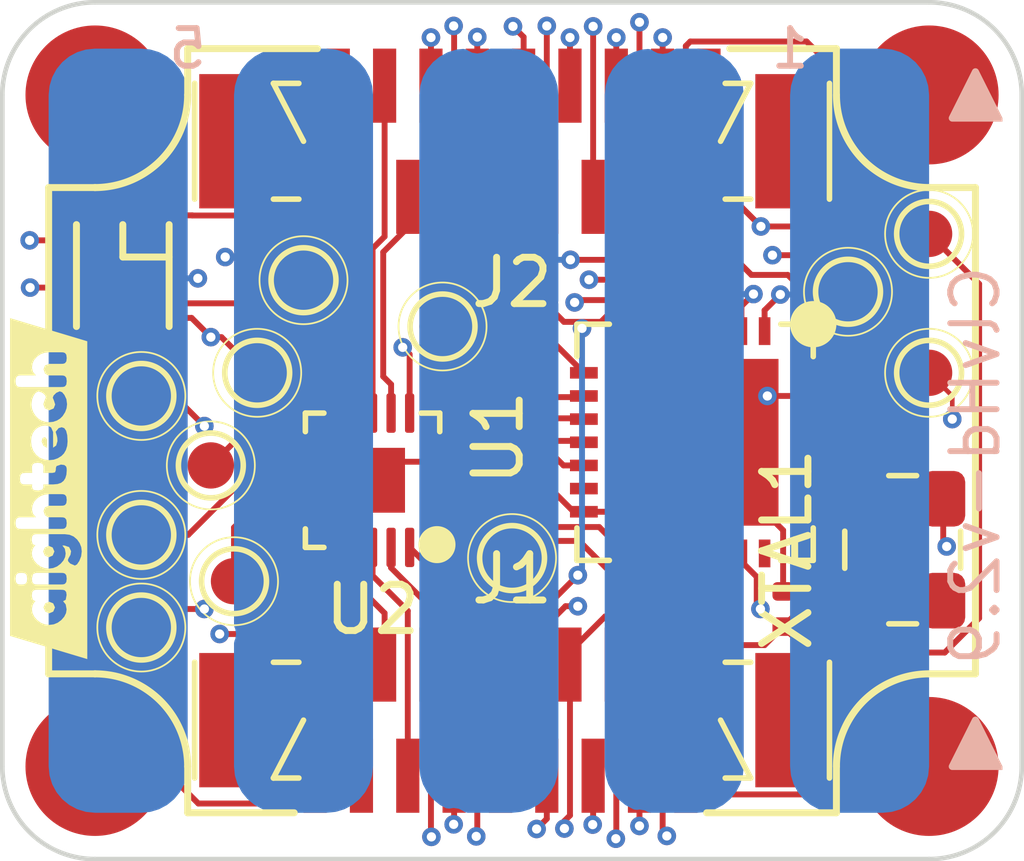
<source format=kicad_pcb>
(kicad_pcb (version 20221018) (generator pcbnew)
  (layers (0 "F.Cu" signal "Front") (1 "In1.Cu" signal) (2 "In2.Cu" signal) (31 "B.Cu" signal "Back") (34 "B.Paste" user) (35 "F.Paste" user) (36 "B.SilkS" user "B.Silkscreen") (37 "F.SilkS" user "F.Silkscreen") (38 "B.Mask" user) (39 "F.Mask" user) (44 "Edge.Cuts" user))
  (net 0 "")
  (net 1 "+3.3V")
  (net 2 "XTAL2")
  (net 3 "XTAL1")
  (net 4 "GND")
  (net 5 "DOUT")
  (net 6 "IN1")
  (net 7 "IN2")
  (net 8 "IN3")
  (net 9 "IN4")
  (net 10 "IN5")
  (net 11 "IN_ref")
  (net 12 "CS")
  (net 13 "SCLK")
  (net 14 "DIN")
  (net 15 "OUT3")
  (net 16 "LED_OUT")
  (net 17 "LED_IN")
  (net 18 "ADD_IN2")
  (net 19 "ADD_IN3")
  (net 20 "ADD_IN4")
  (net 21 "ADD_IN1")
  (net 22 "ADD_OUT1")
  (net 23 "ADD_OUT2")
  (net 24 "ADD_OUT3")
  (net 25 "ADD_OUT4")
  (net 26 "I2C_SCL")
  (net 27 "I2C_SDA")
  (net 28 "AUX1")
  (net 29 "OUT1")
  (net 30 "OUT2")
  (net 31 "/cvref")
  (net 32 "/Vcap")
  (net 33 "/sdo")
  (net 34 "+5VA")
  (net 35 "ALARMB")
  (net 36 "D_RDYB")
  (net 37 "RESETB")
  (net 38 "AUX2")
  (net 39 "Net-(U1-RLDIN)")
  (net 40 "Net-(U1-RLDINV)")
  (net 41 "Net-(U1-RLDOUT)")
  (net 50 "Net-(U1-CMOUT)")
  (footprint "Capacitor_SMD:C_0201_0603Metric" (layer "F.Cu") (at 178.61 82.755)
    (fp_text reference "C4" hide)
    (fp_text value "1nF" hide)
  )
  (footprint "00_Custom:TestPoint_Pad_D1.0mm" (layer "F.Cu") (at 187.38 79.98)
    (fp_text reference "TP11" hide)
    (fp_text value "TP_AUX2" hide)
  )
  (footprint "Capacitor_SMD:C_0201_0603Metric" (layer "F.Cu") (at 177.82 84.73 90)
    (fp_text reference "C7" hide)
    (fp_text value "4.7uF" hide)
  )
  (footprint "00_Custom:TestPoint_Pad_D1.0mm" (layer "F.Cu") (at 171.880001 84.979999)
    (fp_text reference "TP9" hide)
    (fp_text value "TP_SDA" hide)
  )
  (footprint "00_Custom:TestPoint_Pad_D1.0mm" (layer "F.Cu") (at 170.38 86.48)
    (fp_text reference "TP3" hide)
    (fp_text value "TP_SDA" hide)
  )
  (footprint "Capacitor_SMD:C_0201_0603Metric" (layer "F.Cu") (at 178.61 83.505)
    (fp_text reference "R2" hide)
    (fp_text value "10M" hide)
  )
  (footprint "Capacitor_SMD:C_0201_0603Metric" (layer "F.Cu") (at 178.61 82.005)
    (fp_text reference "R1" hide)
    (fp_text value "10K" hide)
  )
  (footprint "00_Custom:TestPoint_Pad_D1.0mm" (layer "F.Cu") (at 178.38 86.98)
    (fp_text reference "TP1" hide)
    (fp_text value "TP_CS" hide)
  )
  (footprint "00_Custom:TestPoint_Pad_D1.0mm" (layer "F.Cu") (at 172.88 82.98)
    (fp_text reference "TP12" hide)
    (fp_text value "TP_AUX2" hide)
  )
  (footprint "00_Custom:TestPoint_Pad_D1.0mm" (layer "F.Cu") (at 185.63 81.23)
    (fp_text reference "TP6" hide)
    (fp_text value "TP_AUX1" hide)
  )
  (footprint "00_Custom:TestPoint_Pad_D1.0mm" (layer "F.Cu") (at 170.38 88.48)
    (fp_text reference "TP10" hide)
    (fp_text value "TP_SDA" hide)
  )
  (footprint "Capacitor_SMD:C_0201_0603Metric" (layer "F.Cu") (at 184.55 88.46)
    (fp_text reference "C2" hide)
    (fp_text value "22pF" hide)
  )
  (footprint "kibuzzard-63F61033" (layer "F.Cu") (at 168.380001 85.48 90)
    (fp_text reference "kibuzzard-63F61033" hide)
    (fp_text value "G***" hide)
  )
  (footprint "00_Custom:insert_1.2mm" (layer "F.Cu") (at 169.38 76.98)
    (fp_text reference "I4" hide)
    (fp_text value "smd_insert" hide)
  )
  (footprint "Capacitor_SMD:C_0201_0603Metric" (layer "F.Cu") (at 186.32 84.61 180)
    (fp_text reference "C1" hide)
    (fp_text value "22pF" hide)
  )
  (footprint "00_Custom:TestPoint_Pad_D1.0mm" (layer "F.Cu") (at 176.88 81.98)
    (fp_text reference "TP5" hide)
    (fp_text value "TP_SCL" hide)
  )
  (footprint "Capacitor_SMD:C_0201_0603Metric" (layer "F.Cu") (at 182.42 87.85 180)
    (fp_text reference "R4" hide)
    (fp_text value "51" hide)
  )
  (footprint "00_Custom:TestPoint_Pad_D1.0mm" (layer "F.Cu") (at 173.88 80.98)
    (fp_text reference "TP4" hide)
    (fp_text value "TP_SDA" hide)
  )
  (footprint "00_custom-footprints:XF2J-1824-12A" (layer "F.Cu") (at 178.38 77.98 180)
    (fp_text reference "J2")
    (fp_text value "COM_OUT" hide)
  )
  (footprint "00_custom-footprints:XF2J-1824-12A" (layer "F.Cu") (at 178.38 90.48)
    (fp_text reference "J1")
    (fp_text value "COM_IN" hide)
  )
  (footprint "00_Custom:TestPoint_Pad_D1.0mm" (layer "F.Cu") (at 172.38 87.48)
    (fp_text reference "TP2" hide)
    (fp_text value "TP_SDA" hide)
  )
  (footprint "00_Custom:insert_1.2mm" (layer "F.Cu") (at 187.38 91.48)
    (fp_text reference "I2" hide)
    (fp_text value "smd_insert" hide)
  )
  (footprint "00_custom-footprints:WS2812-2020" (layer "F.Cu") (at 169.98 80.88 90)
    (fp_text reference "LED1" hide)
    (fp_text value "WS2812-2020" hide)
  )
  (footprint "00_custom-footprints:ADS1293CISQE" (layer "F.Cu") (at 182.33 84.48 -90)
    (fp_text reference "U1")
    (fp_text value "ADS1293CISQE-NOPB" hide)
  )
  (footprint "Capacitor_SMD:C_0201_0603Metric" (layer "F.Cu") (at 186.32 83.85)
    (fp_text reference "C6" hide)
    (fp_text value "1uF" hide)
  )
  (footprint "Capacitor_SMD:C_0201_0603Metric" (layer "F.Cu") (at 185.71 82.73 -90)
    (fp_text reference "C5" hide)
    (fp_text value "100nF" hide)
  )
  (footprint "00_Custom:TestPoint_Pad_D1.0mm" (layer "F.Cu") (at 170.380001 83.48)
    (fp_text reference "TP7" hide)
    (fp_text value "TP_AUX2" hide)
  )
  (footprint "Capacitor_SMD:C_0201_0603Metric" (layer "F.Cu") (at 178.96 84.77 -90)
    (fp_text reference "C3" hide)
    (fp_text value "100nF" hide)
  )
  (footprint "00_Custom:insert_1.2mm" (layer "F.Cu") (at 187.38 76.98)
    (fp_text reference "I3" hide)
    (fp_text value "smd_insert" hide)
  )
  (footprint "00_Custom:TestPoint_Pad_D1.0mm" (layer "F.Cu") (at 187.38 82.98)
    (fp_text reference "TP8" hide)
    (fp_text value "TP_AUX3" hide)
  )
  (footprint "00_Custom:insert_1.2mm" (layer "F.Cu") (at 169.38 91.48)
    (fp_text reference "I1" hide)
    (fp_text value "smd_insert" hide)
  )
  (footprint "Capacitor_SMD:C_0201_0603Metric" (layer "F.Cu") (at 184.55 87.7 180)
    (fp_text reference "C8" hide)
    (fp_text value "100nF" hide)
  )
  (footprint "00_custom-footprints:SMD3225-4P" (layer "F.Cu") (at 186.81 86.8 90)
    (fp_text reference "XTAL1")
    (fp_text value "4.096MHz" hide)
  )
  (footprint "00_custom-footprints:QFN-20-1EP_3x3mm_P0.4mm_EP1.4x1.4mm" (layer "F.Cu") (at 175.37 85.3 180)
    (fp_text reference "U2")
    (fp_text value "HC32L110C6UA" hide)
  )
  (gr_poly (pts (xy 188.880001 91.479999) (xy 187.880001 91.479999) (xy 188.380001 90.479999)) (stroke (width 0.1524)) (fill solid) (layer "B.SilkS"))
  (gr_poly (pts (xy 188.880001 77.479999) (xy 187.880001 77.479999) (xy 188.380001 76.479999)) (stroke (width 0.1524)) (fill solid) (layer "B.SilkS"))
  (gr_line (start 168.380001 88.78) (end 168.38 89.479999) (stroke (width 0.15)) (layer "F.SilkS"))
  (gr_circle (center 187.38 79.98) (end 188.33 79.98) (stroke (width 0.0381)) (fill none) (layer "F.SilkS"))
  (gr_circle (center 172.88 82.98) (end 173.83 82.98) (stroke (width 0.0381)) (fill none) (layer "F.SilkS"))
  (gr_line (start 173.68 92.48) (end 171.38 92.48) (stroke (width 0.15)) (layer "F.SilkS"))
  (gr_line (start 187.38 89.48) (end 188.38 89.480001) (stroke (width 0.15)) (layer "F.SilkS"))
  (gr_circle (center 176.88 81.98) (end 177.83 81.98) (stroke (width 0.0381)) (fill none) (layer "F.SilkS"))
  (gr_circle (center 170.38 88.48) (end 171.33 88.48) (stroke (width 0.0381)) (fill none) (layer "F.SilkS"))
  (gr_line (start 185.379999 76.979999) (end 185.38 75.979999) (stroke (width 0.15)) (layer "F.SilkS"))
  (gr_line (start 169.379999 78.979999) (end 168.379999 78.979998) (stroke (width 0.15)) (layer "F.SilkS"))
  (gr_circle (center 178.38 86.98) (end 179.33 86.98) (stroke (width 0.0381)) (fill none) (layer "F.SilkS"))
  (gr_circle (center 187.38 82.98) (end 188.33 82.98) (stroke (width 0.0381)) (fill none) (layer "F.SilkS"))
  (gr_arc (start 171.379999 76.979999) (mid 170.794213 78.394213) (end 169.379999 78.979999) (stroke (width 0.1524)) (layer "F.SilkS"))
  (gr_line (start 185.38 91.48) (end 185.379999 92.48) (stroke (width 0.15)) (layer "F.SilkS"))
  (gr_arc (start 185.38 91.48) (mid 185.965786 90.065786) (end 187.38 89.48) (stroke (width 0.1524)) (layer "F.SilkS"))
  (gr_circle (center 173.88 80.98) (end 174.83 80.98) (stroke (width 0.0381)) (fill none) (layer "F.SilkS"))
  (gr_line (start 188.379999 78.98) (end 188.38 89.480001) (stroke (width 0.15)) (layer "F.SilkS"))
  (gr_circle (center 170.380001 83.48) (end 171.330001 83.48) (stroke (width 0.0381)) (fill none) (layer "F.SilkS"))
  (gr_circle (center 171.88 84.979999) (end 172.83 84.979999) (stroke (width 0.0381)) (fill none) (layer "F.SilkS"))
  (gr_arc (start 169.38 89.48) (mid 170.794214 90.065786) (end 171.38 91.48) (stroke (width 0.1524)) (layer "F.SilkS"))
  (gr_arc (start 187.379999 78.979999) (mid 185.965785 78.394213) (end 185.379999 76.979999) (stroke (width 0.1524)) (layer "F.SilkS"))
  (gr_line (start 169.38 89.48) (end 168.38 89.479999) (stroke (width 0.15)) (layer "F.SilkS"))
  (gr_circle (center 185.63 81.23) (end 186.58 81.23) (stroke (width 0.0381)) (fill none) (layer "F.SilkS"))
  (gr_circle (center 172.38 87.48) (end 173.33 87.48) (stroke (width 0.0381)) (fill none) (layer "F.SilkS"))
  (gr_line (start 171.38 92.48) (end 171.38 91.48) (stroke (width 0.15)) (layer "F.SilkS"))
  (gr_line (start 171.379999 76.979999) (end 171.38 75.979999) (stroke (width 0.15)) (layer "F.SilkS"))
  (gr_line (start 183.08 75.979999) (end 185.38 75.979999) (stroke (width 0.15)) (layer "F.SilkS"))
  (gr_line (start 187.379999 78.979999) (end 188.379999 78.98) (stroke (width 0.15)) (layer "F.SilkS"))
  (gr_line (start 182.58 92.48) (end 185.379999 92.48) (stroke (width 0.15)) (layer "F.SilkS"))
  (gr_circle (center 170.38 86.48) (end 171.33 86.48) (stroke (width 0.0381)) (fill none) (layer "F.SilkS"))
  (gr_line (start 168.379999 78.979998) (end 168.380001 82.18) (stroke (width 0.15)) (layer "F.SilkS"))
  (gr_line (start 174.18 75.98) (end 171.38 75.979999) (stroke (width 0.15)) (layer "F.SilkS"))
  (gr_arc (start 169.38 93.48) (mid 167.965786 92.894214) (end 167.38 91.48) (stroke (width 0.1)) (layer "Edge.Cuts"))
  (gr_line (start 169.379999 74.979999) (end 187.379999 74.979999) (stroke (width 0.1)) (layer "Edge.Cuts"))
  (gr_arc (start 189.38 91.48) (mid 188.794214 92.894214) (end 187.38 93.48) (stroke (width 0.1)) (layer "Edge.Cuts"))
  (gr_line (start 167.379999 76.979999) (end 167.38 91.48) (stroke (width 0.1)) (layer "Edge.Cuts"))
  (gr_line (start 189.379999 76.979999) (end 189.38 91.48) (stroke (width 0.1)) (layer "Edge.Cuts"))
  (gr_line (start 169.38 93.48) (end 187.38 93.48) (stroke (width 0.1)) (layer "Edge.Cuts"))
  (gr_arc (start 187.379999 74.979999) (mid 188.794213 75.565785) (end 189.379999 76.979999) (stroke (width 0.1)) (layer "Edge.Cuts"))
  (gr_arc (start 167.379999 76.979999) (mid 167.965785 75.565785) (end 169.379999 74.979999) (stroke (width 0.1)) (layer "Edge.Cuts"))
  (gr_text "ClvHd-v2.9" (at 188.380001 84.979999 90) (layer "B.SilkS") (effects (font (size 1 1) (thickness 0.127)) (justify mirror)))
  (gr_text "5" (at 171.38 75.98) (layer "B.SilkS") (effects (font (size 0.8128 0.8128) (thickness 0.127)) (justify mirror)))
  (gr_text "1" (at 184.38 75.98) (layer "B.SilkS") (effects (font (size 0.8128 0.8128) (thickness 0.127)) (justify mirror)))
  (segment (start 184.6465 88.8765) (end 186.7085 88.8765) (width 0.127) (layer "F.Cu") (net 1))
  (segment (start 182.63 89.28) (end 183.05 88.86) (width 0.127) (layer "F.Cu") (net 1))
  (segment (start 187.685 87.9) (end 186.78 86.995) (width 0.127) (layer "F.Cu") (net 1))
  (segment (start 186.78 84.75) (end 186.64 84.61) (width 0.127) (layer "F.Cu") (net 1))
  (segment (start 171.465002 81.795) (end 170.53 81.795) (width 0.127) (layer "F.Cu") (net 1))
  (segment (start 171.880001 82.209999) (end 171.465002 81.795) (width 0.127) (layer "F.Cu") (net 1))
  (segment (start 183.75 79.82) (end 185.64 79.82) (width 0.127) (layer "F.Cu") (net 1))
  (segment (start 185.64 79.82) (end 186.43 80.61) (width 0.127) (layer "F.Cu") (net 1))
  (segment (start 186.7085 88.8765) (end 187.685 87.9) (width 0.127) (layer "F.Cu") (net 1))
  (segment (start 183.75 79.82) (end 182.66 78.73) (width 0.127) (layer "F.Cu") (net 1))
  (segment (start 184.73 87.56) (end 184.87 87.7) (width 0.127) (layer "F.Cu") (net 1))
  (segment (start 186.43 80.61) (end 186.43 83.03) (width 0.127) (layer "F.Cu") (net 1))
  (segment (start 183.05 88.86) (end 183.83 88.86) (width 0.127) (layer "F.Cu") (net 1))
  (segment (start 171.880001 82.209999) (end 172.109999 82.209999) (width 0.127) (layer "F.Cu") (net 1))
  (segment (start 184.73 85.98) (end 184.73 87.56) (width 0.127) (layer "F.Cu") (net 1))
  (segment (start 186.43 83.03) (end 187.12 83.72) (width 0.127) (layer "F.Cu") (net 1))
  (segment (start 172.109999 82.209999) (end 172.88 82.98) (width 0.127) (layer "F.Cu") (net 1))
  (segment (start 183.83 88.86) (end 184.23 88.46) (width 0.127) (layer "F.Cu") (net 1))
  (segment (start 187.12 84.13) (end 186.64 84.61) (width 0.127) (layer "F.Cu") (net 1))
  (segment (start 186.78 86.995) (end 186.78 84.75) (width 0.127) (layer "F.Cu") (net 1))
  (segment (start 184.23 88.46) (end 184.6465 88.8765) (width 0.127) (layer "F.Cu") (net 1))
  (segment (start 187.12 83.72) (end 187.12 84.13) (width 0.127) (layer "F.Cu") (net 1))
  (segment (start 176.02 82.43) (end 176.17 82.58) (width 0.127) (layer "F.Cu") (net 1))
  (segment (start 182.66 76.81) (end 182.629999 76.779999) (width 0.127) (layer "F.Cu") (net 1))
  (segment (start 184.87 87.7) (end 184.87 87.82) (width 0.127) (layer "F.Cu") (net 1))
  (segment (start 184.87 87.82) (end 184.23 88.46) (width 0.127) (layer "F.Cu") (net 1))
  (segment (start 182.66 78.73) (end 182.66 76.81) (width 0.127) (layer "F.Cu") (net 1))
  (segment (start 176.17 82.58) (end 176.17 83.85) (width 0.127) (layer "F.Cu") (net 1))
  (via (at 183.75 79.82) (size 0.4) (drill 0.2) (layers "F.Cu" "B.Cu") (net 1))
  (via (at 176.02 82.43) (size 0.4) (drill 0.2) (layers "F.Cu" "B.Cu") (net 1))
  (via (at 171.880001 82.209999) (size 0.4) (drill 0.2) (layers "F.Cu" "B.Cu") (net 1))
  (segment (start 185.935 85.7) (end 185.214999 84.979999) (width 0.127) (layer "F.Cu") (net 2))
  (segment (start 185.214999 84.979999) (end 184.73 84.979999) (width 0.127) (layer "F.Cu") (net 2))
  (segment (start 186 84.61) (end 186 85.635) (width 0.127) (layer "F.Cu") (net 2))
  (segment (start 186 85.635) (end 185.935 85.7) (width 0.127) (layer "F.Cu") (net 2))
  (segment (start 185.2205 86.4805) (end 185.2205 85.7385) (width 0.127) (layer "F.Cu") (net 3))
  (segment (start 184.962001 85.480001) (end 184.73 85.480001) (width 0.127) (layer "F.Cu") (net 3))
  (segment (start 185.2205 85.7385) (end 184.962001 85.480001) (width 0.127) (layer "F.Cu") (net 3))
  (segment (start 184.87 88.46) (end 185.375 88.46) (width 0.127) (layer "F.Cu") (net 3))
  (segment (start 185.935 87.195) (end 185.2205 86.4805) (width 0.127) (layer "F.Cu") (net 3))
  (segment (start 185.935 87.9) (end 185.935 87.195) (width 0.127) (layer "F.Cu") (net 3))
  (segment (start 185.375 88.46) (end 185.935 87.9) (width 0.127) (layer "F.Cu") (net 3))
  (segment (start 184.23 87.7) (end 184.23 86.38) (width 0.127) (layer "F.Cu") (net 4))
  (segment (start 178.63 89.28) (end 178.63 88.923) (width 0.127) (layer "F.Cu") (net 4))
  (segment (start 184.73 83.479999) (end 185.280001 83.479999) (width 0.127) (layer "F.Cu") (net 4))
  (segment (start 184.73 83.479999) (end 183.889999 83.479999) (width 0.127) (layer "F.Cu") (net 4))
  (segment (start 178.63 88.923) (end 179.533 88.02) (width 0.127) (layer "F.Cu") (net 4))
  (segment (start 167.970001 80.119999) (end 169.275001 80.119999) (width 0.127) (layer "F.Cu") (net 4))
  (segment (start 178.96 85.09) (end 177.86 85.09) (width 0.127) (layer "F.Cu") (net 4))
  (segment (start 178.96 85.23) (end 179.71 85.98) (width 0.127) (layer "F.Cu") (net 4))
  (segment (start 170.780001 88.079999) (end 171.740001 88.079999) (width 0.127) (layer "F.Cu") (net 4))
  (segment (start 176.82 84.9) (end 175.77 84.9) (width 0.127) (layer "F.Cu") (net 4))
  (segment (start 185.280001 83.479999) (end 185.71 83.05) (width 0.127) (layer "F.Cu") (net 4))
  (segment (start 178.63 76.78) (end 178.63 75.729998) (width 0.127) (layer "F.Cu") (net 4))
  (segment (start 177.86 85.09) (end 177.82 85.05) (width 0.127) (layer "F.Cu") (net 4))
  (segment (start 169.275001 80.119999) (end 169.43 79.965) (width 0.127) (layer "F.Cu") (net 4))
  (segment (start 175.77 84.9) (end 175.37 85.3) (width 0.127) (layer "F.Cu") (net 4))
  (segment (start 182.33 84.48) (end 182.889998 84.48) (width 0.127) (layer "F.Cu") (net 4))
  (segment (start 179.93 85.98) (end 180.83 85.98) (width 0.127) (layer "F.Cu") (net 4))
  (segment (start 178.63 75.729998) (end 178.400001 75.499999) (width 0.127) (layer "F.Cu") (net 4))
  (segment (start 178.96 85.09) (end 178.96 85.23) (width 0.127) (layer "F.Cu") (net 4))
  (segment (start 182.889998 84.48) (end 183.889999 83.479999) (width 0.127) (layer "F.Cu") (net 4))
  (segment (start 187.76 86.73) (end 187.685 86.655) (width 0.127) (layer "F.Cu") (net 4))
  (segment (start 180.83 85.98) (end 182.33 84.48) (width 0.127) (layer "F.Cu") (net 4))
  (segment (start 179.71 85.98) (end 179.93 85.98) (width 0.127) (layer "F.Cu") (net 4))
  (segment (start 177.67 84.9) (end 177.82 85.05) (width 0.127) (layer "F.Cu") (net 4))
  (segment (start 185.71 83.05) (end 185.84 83.05) (width 0.127) (layer "F.Cu") (net 4))
  (segment (start 179.533 88.02) (end 179.8 88.02) (width 0.127) (layer "F.Cu") (net 4))
  (segment (start 184.23 86.38) (end 182.33 84.48) (width 0.127) (layer "F.Cu") (net 4))
  (segment (start 185.84 83.05) (end 186.64 83.85) (width 0.127) (layer "F.Cu") (net 4))
  (segment (start 176.82 84.9) (end 177.67 84.9) (width 0.127) (layer "F.Cu") (net 4))
  (segment (start 187.685 86.655) (end 187.685 85.7) (width 0.127) (layer "F.Cu") (net 4))
  (segment (start 181.13 79.18) (end 181.13 75.41) (width 0.127) (layer "F.Cu") (net 4))
  (segment (start 181.13 92.764596) (end 181.13 91.68) (width 0.127) (layer "F.Cu") (net 4))
  (segment (start 170.38 88.48) (end 170.780001 88.079999) (width 0.127) (layer "F.Cu") (net 4))
  (via (at 187.76 86.73) (size 0.4) (drill 0.2) (layers "F.Cu" "B.Cu") (net 4))
  (via (at 179.8 88.02) (size 0.4) (drill 0.2) (layers "F.Cu" "B.Cu") (net 4))
  (via (at 181.13 75.41) (size 0.4) (drill 0.2) (layers "F.Cu" "B.Cu") (net 4))
  (via (at 178.400001 75.499999) (size 0.4) (drill 0.2) (layers "F.Cu" "B.Cu") (net 4))
  (via (at 167.970001 80.119999) (size 0.4) (drill 0.2) (layers "F.Cu" "B.Cu") (net 4))
  (via (at 171.740001 88.079999) (size 0.4) (drill 0.2) (layers "F.Cu" "B.Cu") (net 4))
  (via (at 181.13 92.764596) (size 0.4) (drill 0.2) (layers "F.Cu" "B.Cu") (net 4))
  (via (at 183.889999 83.479999) (size 0.4) (drill 0.2) (layers "F.Cu" "B.Cu") (net 4))
  (segment (start 181.63 76.78) (end 181.63 75.74) (width 0.127) (layer "F.Cu") (net 5))
  (segment (start 181.63 89.28) (end 181.63 88.73) (width 0.127) (layer "F.Cu") (net 5))
  (segment (start 181.63 92.89) (end 181.63 89.28) (width 0.127) (layer "F.Cu") (net 5))
  (segment (start 181.72 92.98) (end 181.63 92.89) (width 0.127) (layer "F.Cu") (net 5))
  (segment (start 181.63 88.73) (end 182.1 88.26) (width 0.127) (layer "F.Cu") (net 5))
  (segment (start 182.1 88.26) (end 182.1 87.85) (width 0.127) (layer "F.Cu") (net 5))
  (via (at 181.72 92.98) (size 0.4) (drill 0.2) (layers "F.Cu" "B.Cu") (net 5))
  (via (at 181.63 75.74) (size 0.4) (drill 0.2) (layers "F.Cu" "B.Cu") (net 5))
  (segment (start 183.83 81.63) (end 183.83 82.08) (width 0.127) (layer "F.Cu") (net 6))
  (segment (start 184.17 81.29) (end 183.83 81.63) (width 0.127) (layer "F.Cu") (net 6))
  (via (at 184.17 81.29) (size 0.4) (drill 0.2) (layers "F.Cu" "B.Cu") (net 6))
  (segment (start 184.17 81.29) (end 184.5 81.29) (width 0.127) (layer "B.Cu") (net 6))
  (segment (start 183.330001 81.539999) (end 183.330001 82.08) (width 0.127) (layer "F.Cu") (net 7))
  (segment (start 183.59 81.28) (end 183.330001 81.539999) (width 0.127) (layer "F.Cu") (net 7))
  (via (at 183.59 81.28) (size 0.4) (drill 0.2) (layers "F.Cu" "B.Cu") (net 7))
  (segment (start 183.59 81.28) (end 183.26 81.28) (width 0.127) (layer "B.Cu") (net 7))
  (segment (start 182.829999 81.799999) (end 182.829999 82.08) (width 0.127) (layer "F.Cu") (net 8))
  (segment (start 179.64 80.54) (end 181.57 80.54) (width 0.127) (layer "F.Cu") (net 8))
  (segment (start 181.57 80.54) (end 182.829999 81.799999) (width 0.127) (layer "F.Cu") (net 8))
  (via (at 179.64 80.54) (size 0.4) (drill 0.2) (layers "F.Cu" "B.Cu") (net 8))
  (segment (start 179.64 80.54) (end 179.22 80.54) (width 0.127) (layer "B.Cu") (net 8))
  (segment (start 181.452001 80.97) (end 182.33 81.847999) (width 0.127) (layer "F.Cu") (net 9))
  (segment (start 182.33 81.847999) (end 182.33 82.08) (width 0.127) (layer "F.Cu") (net 9))
  (segment (start 180.04 80.97) (end 181.452001 80.97) (width 0.127) (layer "F.Cu") (net 9))
  (via (at 172.19 80.48) (size 0.4) (drill 0.2) (layers "F.Cu" "B.Cu") (net 9))
  (via (at 180.04 80.97) (size 0.4) (drill 0.2) (layers "F.Cu" "B.Cu") (net 9))
  (segment (start 172.19 80.48) (end 172.52 80.48) (width 0.127) (layer "B.Cu") (net 9))
  (segment (start 179.7805 81.4095) (end 181.334501 81.4095) (width 0.127) (layer "F.Cu") (net 10))
  (segment (start 181.830001 81.905) (end 181.830001 82.08) (width 0.127) (layer "F.Cu") (net 10))
  (segment (start 181.334501 81.4095) (end 181.830001 81.905) (width 0.127) (layer "F.Cu") (net 10))
  (segment (start 179.73 81.46) (end 179.7805 81.4095) (width 0.127) (layer "F.Cu") (net 10))
  (via (at 179.73 81.46) (size 0.4) (drill 0.2) (layers "F.Cu" "B.Cu") (net 10))
  (via (at 171.6 80.94) (size 0.4) (drill 0.2) (layers "F.Cu" "B.Cu") (net 10))
  (segment (start 171.6 80.94) (end 171.24 80.94) (width 0.127) (layer "B.Cu") (net 10))
  (segment (start 178.613 87.94) (end 178.13 88.423) (width 0.127) (layer "F.Cu") (net 11))
  (segment (start 180.5515 81.6265) (end 180.298 81.88) (width 0.127) (layer "F.Cu") (net 11))
  (segment (start 181.329999 81.905) (end 181.051499 81.6265) (width 0.127) (layer "F.Cu") (net 11))
  (segment (start 179.5 81.88) (end 178.13 80.51) (width 0.127) (layer "F.Cu") (net 11))
  (segment (start 179.93 81.98) (end 179.89 82.02) (width 0.127) (layer "F.Cu") (net 11))
  (segment (start 178.13 80.51) (end 178.13 79.18) (width 0.127) (layer "F.Cu") (net 11))
  (segment (start 179.8 87.35) (end 179.21 87.94) (width 0.127) (layer "F.Cu") (net 11))
  (segment (start 179.93 81.88) (end 179.5 81.88) (width 0.127) (layer "F.Cu") (net 11))
  (segment (start 178.13 88.423) (end 178.13 91.68) (width 0.127) (layer "F.Cu") (net 11))
  (segment (start 181.329999 82.08) (end 181.329999 81.905) (width 0.127) (layer "F.Cu") (net 11))
  (segment (start 181.051499 81.6265) (end 180.5515 81.6265) (width 0.127) (layer "F.Cu") (net 11))
  (segment (start 179.93 81.88) (end 179.93 81.98) (width 0.127) (layer "F.Cu") (net 11))
  (segment (start 180.298 81.88) (end 179.93 81.88) (width 0.127) (layer "F.Cu") (net 11))
  (segment (start 179.21 87.94) (end 178.613 87.94) (width 0.127) (layer "F.Cu") (net 11))
  (via (at 179.8 87.35) (size 0.4) (drill 0.2) (layers "F.Cu" "B.Cu") (net 11))
  (via (at 179.89 82.02) (size 0.4) (drill 0.2) (layers "F.Cu" "B.Cu") (net 11))
  (segment (start 179.89 87.26) (end 179.89 82.02) (width 0.127) (layer "B.Cu") (net 11))
  (segment (start 179.8 87.35) (end 179.89 87.26) (width 0.127) (layer "B.Cu") (net 11))
  (segment (start 178.19 86.61) (end 177.28 85.7) (width 0.127) (layer "F.Cu") (net 12))
  (segment (start 180.5515 87.3335) (end 179.828 86.61) (width 0.127) (layer "F.Cu") (net 12))
  (segment (start 179.828 86.61) (end 178.7 86.61) (width 0.127) (layer "F.Cu") (net 12))
  (segment (start 178.7 86.66) (end 178.7 86.61) (width 0.127) (layer "F.Cu") (net 12))
  (segment (start 178.38 86.98) (end 178.7 86.66) (width 0.127) (layer "F.Cu") (net 12))
  (segment (start 177.28 85.7) (end 176.82 85.7) (width 0.127) (layer "F.Cu") (net 12))
  (segment (start 181.1085 87.3335) (end 180.5515 87.3335) (width 0.127) (layer "F.Cu") (net 12))
  (segment (start 181.329999 86.88) (end 181.329999 87.112001) (width 0.127) (layer "F.Cu") (net 12))
  (segment (start 178.7 86.61) (end 178.19 86.61) (width 0.127) (layer "F.Cu") (net 12))
  (segment (start 181.329999 87.112001) (end 181.1085 87.3335) (width 0.127) (layer "F.Cu") (net 12))
  (segment (start 179.63 76.78) (end 179.63 75.74) (width 0.127) (layer "F.Cu") (net 13))
  (segment (start 179.63 92.537) (end 179.63 89.28) (width 0.127) (layer "F.Cu") (net 13))
  (segment (start 179.51 92.657) (end 179.63 92.537) (width 0.127) (layer "F.Cu") (net 13))
  (segment (start 179.51 92.82) (end 179.51 92.657) (width 0.127) (layer "F.Cu") (net 13))
  (segment (start 180.39 88.24) (end 180.62 88.24) (width 0.127) (layer "F.Cu") (net 13))
  (segment (start 179.63 89) (end 180.39 88.24) (width 0.127) (layer "F.Cu") (net 13))
  (segment (start 179.63 89.28) (end 179.63 89) (width 0.127) (layer "F.Cu") (net 13))
  (segment (start 181.830001 87.029999) (end 181.830001 86.88) (width 0.127) (layer "F.Cu") (net 13))
  (segment (start 180.62 88.24) (end 181.830001 87.029999) (width 0.127) (layer "F.Cu") (net 13))
  (via (at 179.63 75.74) (size 0.4) (drill 0.2) (layers "F.Cu" "B.Cu") (net 13))
  (via (at 179.51 92.82) (size 0.4) (drill 0.2) (layers "F.Cu" "B.Cu") (net 13))
  (segment (start 180.63 93.03) (end 180.63 89.28) (width 0.127) (layer "F.Cu") (net 14))
  (segment (start 180.63 76.78) (end 180.63 75.74) (width 0.127) (layer "F.Cu") (net 14))
  (segment (start 180.63 89.28) (end 180.63 88.73) (width 0.127) (layer "F.Cu") (net 14))
  (segment (start 182.33 87.03) (end 182.33 86.88) (width 0.127) (layer "F.Cu") (net 14))
  (segment (start 180.62 93.04) (end 180.63 93.03) (width 0.127) (layer "F.Cu") (net 14))
  (segment (start 180.63 88.73) (end 182.33 87.03) (width 0.127) (layer "F.Cu") (net 14))
  (via (at 180.63 75.74) (size 0.4) (drill 0.2) (layers "F.Cu" "B.Cu") (net 14))
  (via (at 180.62 93.04) (size 0.4) (drill 0.2) (layers "F.Cu" "B.Cu") (net 14))
  (segment (start 173.92 84.5) (end 172.36 84.5) (width 0.127) (layer "F.Cu") (net 15))
  (segment (start 172.36 84.5) (end 171.880001 84.979999) (width 0.127) (layer "F.Cu") (net 15))
  (segment (start 170.53 79.965) (end 170.915 79.58) (width 0.127) (layer "F.Cu") (net 16))
  (segment (start 171.4765 79.5835) (end 173.7265 79.5835) (width 0.127) (layer "F.Cu") (net 16))
  (segment (start 173.7265 79.5835) (end 174.13 79.18) (width 0.127) (layer "F.Cu") (net 16))
  (segment (start 171.473 79.58) (end 171.4765 79.5835) (width 0.127) (layer "F.Cu") (net 16))
  (segment (start 170.915 79.58) (end 171.473 79.58) (width 0.127) (layer "F.Cu") (net 16))
  (segment (start 169.38 81.795) (end 169.43 81.795) (width 0.127) (layer "F.Cu") (net 17))
  (segment (start 171.24 91.91) (end 171.24 90.89) (width 0.127) (layer "F.Cu") (net 17))
  (segment (start 174.13 91.68) (end 173.53 92.28) (width 0.127) (layer "F.Cu") (net 17))
  (segment (start 171.24 90.89) (end 169.38 89.03) (width 0.127) (layer "F.Cu") (net 17))
  (segment (start 173.53 92.28) (end 171.61 92.28) (width 0.127) (layer "F.Cu") (net 17))
  (segment (start 169.38 89.03) (end 169.38 81.795) (width 0.127) (layer "F.Cu") (net 17))
  (segment (start 171.61 92.28) (end 171.24 91.91) (width 0.127) (layer "F.Cu") (net 17))
  (segment (start 174.57 87.863) (end 174.57 86.75) (width 0.127) (layer "F.Cu") (net 18))
  (segment (start 175.13 88.423) (end 174.57 87.863) (width 0.127) (layer "F.Cu") (net 18))
  (segment (start 175.13 91.68) (end 175.13 88.423) (width 0.127) (layer "F.Cu") (net 18))
  (segment (start 175.63 88.17) (end 174.97 87.51) (width 0.127) (layer "F.Cu") (net 19))
  (segment (start 175.63 89.28) (end 175.63 88.17) (width 0.127) (layer "F.Cu") (net 19))
  (segment (start 174.97 87.51) (end 174.97 86.75) (width 0.127) (layer "F.Cu") (net 19))
  (segment (start 176.13 91.68) (end 176.13 88.12) (width 0.127) (layer "F.Cu") (net 20))
  (segment (start 176.13 88.12) (end 175.37 87.36) (width 0.127) (layer "F.Cu") (net 20))
  (segment (start 175.37 87.36) (end 175.37 86.75) (width 0.127) (layer "F.Cu") (net 20))
  (segment (start 173.92 88.57) (end 173.92 86.1) (width 0.127) (layer "F.Cu") (net 21))
  (segment (start 174.63 89.28) (end 173.92 88.57) (width 0.127) (layer "F.Cu") (net 21))
  (segment (start 174.63 83.79) (end 174.63 76.78) (width 0.127) (layer "F.Cu") (net 22))
  (segment (start 174.57 83.85) (end 174.63 83.79) (width 0.127) (layer "F.Cu") (net 22))
  (segment (start 174.97 79.34) (end 175.13 79.18) (width 0.127) (layer "F.Cu") (net 23))
  (segment (start 174.97 83.85) (end 174.97 79.34) (width 0.127) (layer "F.Cu") (net 23))
  (segment (start 175.37 80.297) (end 175.63 80.037) (width 0.127) (layer "F.Cu") (net 24))
  (segment (start 175.63 80.037) (end 175.63 76.78) (width 0.127) (layer "F.Cu") (net 24))
  (segment (start 175.37 83.85) (end 175.37 80.297) (width 0.127) (layer "F.Cu") (net 24))
  (segment (start 175.77 83.23) (end 175.6 83.06) (width 0.127) (layer "F.Cu") (net 25))
  (segment (start 175.6 83.06) (end 175.6 80.373884) (width 0.127) (layer "F.Cu") (net 25))
  (segment (start 175.77 83.85) (end 175.77 83.23) (width 0.127) (layer "F.Cu") (net 25))
  (segment (start 176.13 79.843884) (end 176.13 79.18) (width 0.127) (layer "F.Cu") (net 25))
  (segment (start 175.6 80.373884) (end 176.13 79.843884) (width 0.127) (layer "F.Cu") (net 25))
  (segment (start 177.13 92.72) (end 177.120001 92.729999) (width 0.127) (layer "F.Cu") (net 26))
  (segment (start 176.88 81.98) (end 176.88 79.43) (width 0.127) (layer "F.Cu") (net 26))
  (segment (start 177.13 91.68) (end 177.13 87.71) (width 0.127) (layer "F.Cu") (net 26))
  (segment (start 177.13 91.68) (end 177.13 92.72) (width 0.127) (layer "F.Cu") (net 26))
  (segment (start 176.88 79.43) (end 177.13 79.18) (width 0.127) (layer "F.Cu") (net 26))
  (segment (start 177.13 79.18) (end 177.13 75.500574) (width 0.127) (layer "F.Cu") (net 26))
  (segment (start 177.13 75.500574) (end 177.119427 75.490001) (width 0.127) (layer "F.Cu") (net 26))
  (segment (start 177.13 87.71) (end 176.17 86.75) (width 0.127) (layer "F.Cu") (net 26))
  (via (at 177.119427 75.490001) (size 0.4) (drill 0.2) (layers "F.Cu" "B.Cu") (net 26))
  (via (at 177.120001 92.729999) (size 0.4) (drill 0.2) (layers "F.Cu" "B.Cu") (net 26))
  (segment (start 175.77 87.19) (end 175.77 86.75) (width 0.127) (layer "F.Cu") (net 27))
  (segment (start 171.140002 81.48) (end 173.38 81.48) (width 0.127) (layer "F.Cu") (net 27))
  (segment (start 176.63 88.05) (end 175.77 87.19) (width 0.127) (layer "F.Cu") (net 27))
  (segment (start 167.980001 81.139999) (end 170.800001 81.139999) (width 0.127) (layer "F.Cu") (net 27))
  (segment (start 176.63 89.28) (end 176.63 88.05) (width 0.127) (layer "F.Cu") (net 27))
  (segment (start 176.63 92.990314) (end 176.63993 93.000244) (width 0.127) (layer "F.Cu") (net 27))
  (segment (start 176.63 76.78) (end 176.63 75.74) (width 0.127) (layer "F.Cu") (net 27))
  (segment (start 176.63 89.28) (end 176.63 92.990314) (width 0.127) (layer "F.Cu") (net 27))
  (segment (start 173.38 81.48) (end 173.88 80.98) (width 0.127) (layer "F.Cu") (net 27))
  (segment (start 170.800001 81.139999) (end 171.140002 81.48) (width 0.127) (layer "F.Cu") (net 27))
  (via (at 176.63 75.74) (size 0.4) (drill 0.2) (layers "F.Cu" "B.Cu") (net 27))
  (via (at 176.63993 93.000244) (size 0.4) (drill 0.2) (layers "F.Cu" "B.Cu") (net 27))
  (via (at 167.980001 81.139999) (size 0.4) (drill 0.2) (layers "F.Cu" "B.Cu") (net 27))
  (segment (start 179.13 92.61) (end 178.91 92.83) (width 0.127) (layer "F.Cu") (net 28))
  (segment (start 184 80.44) (end 184.84 80.44) (width 0.127) (layer "F.Cu") (net 28))
  (segment (start 184.84 80.44) (end 185.63 81.23) (width 0.127) (layer "F.Cu") (net 28))
  (segment (start 179.13 91.68) (end 179.13 92.61) (width 0.127) (layer "F.Cu") (net 28))
  (segment (start 179.13 79.18) (end 179.13 75.49) (width 0.127) (layer "F.Cu") (net 28))
  (via (at 178.91 92.83) (size 0.4) (drill 0.2) (layers "F.Cu" "B.Cu") (net 28))
  (via (at 179.13 75.49) (size 0.4) (drill 0.2) (layers "F.Cu" "B.Cu") (net 28))
  (via (at 184 80.44) (size 0.4) (drill 0.2) (layers "F.Cu" "B.Cu") (net 28))
  (segment (start 172.38 86.32) (end 172.38 87.48) (width 0.127) (layer "F.Cu") (net 29))
  (segment (start 173.92 85.3) (end 173.4 85.3) (width 0.127) (layer "F.Cu") (net 29))
  (segment (start 173.4 85.3) (end 172.38 86.32) (width 0.127) (layer "F.Cu") (net 29))
  (segment (start 173.92 84.9) (end 172.97 84.9) (width 0.127) (layer "F.Cu") (net 30))
  (segment (start 172.97 84.9) (end 171.39 86.48) (width 0.127) (layer "F.Cu") (net 30))
  (segment (start 171.39 86.48) (end 170.38 86.48) (width 0.127) (layer "F.Cu") (net 30))
  (segment (start 185.869999 83.980001) (end 186 83.85) (width 0.127) (layer "F.Cu") (net 31))
  (segment (start 184.73 83.980001) (end 185.869999 83.980001) (width 0.127) (layer "F.Cu") (net 31))
  (segment (start 176.82 84.5) (end 177.73 84.5) (width 0.127) (layer "F.Cu") (net 32))
  (segment (start 177.73 84.5) (end 177.82 84.41) (width 0.127) (layer "F.Cu") (net 32))
  (segment (start 182.829999 87.760001) (end 182.829999 86.88) (width 0.127) (layer "F.Cu") (net 33))
  (segment (start 182.74 87.85) (end 182.829999 87.760001) (width 0.127) (layer "F.Cu") (net 33))
  (segment (start 187.34 89.02) (end 187.717958 89.02) (width 0.127) (layer "F.Cu") (net 34))
  (segment (start 187.717958 89.02) (end 188.46 88.277958) (width 0.127) (layer "F.Cu") (net 34))
  (segment (start 184.331278 80.8665) (end 184.6 81.135222) (width 0.127) (layer "F.Cu") (net 34))
  (segment (start 188.46 88.277958) (end 188.46 81.06) (width 0.127) (layer "F.Cu") (net 34))
  (segment (start 183.5465 80.8665) (end 184.331278 80.8665) (width 0.127) (layer "F.Cu") (net 34))
  (segment (start 184.7365 75.8265) (end 185.32 76.41) (width 0.127) (layer "F.Cu") (net 34))
  (segment (start 185.32 76.41) (end 185.32 77.92) (width 0.127) (layer "F.Cu") (net 34))
  (segment (start 182.13 91.68) (end 182.5335 92.0835) (width 0.127) (layer "F.Cu") (net 34))
  (segment (start 185.53 91.76) (end 185.53 90.83) (width 0.127) (layer "F.Cu") (net 34))
  (segment (start 188.46 81.06) (end 187.38 79.98) (width 0.127) (layer "F.Cu") (net 34))
  (segment (start 182.13 75.923) (end 182.2265 75.8265) (width 0.127) (layer "F.Cu") (net 34))
  (segment (start 185.2065 92.0835) (end 185.53 91.76) (width 0.127) (layer "F.Cu") (net 34))
  (segment (start 184.6 81.135222) (end 184.6 82.85) (width 0.127) (layer "F.Cu") (net 34))
  (segment (start 182.2265 75.8265) (end 184.7365 75.8265) (width 0.127) (layer "F.Cu") (net 34))
  (segment (start 182.13 79.18) (end 182.13 75.923) (width 0.127) (layer "F.Cu") (net 34))
  (segment (start 185.71 82.41) (end 185.3 82.41) (width 0.127) (layer "F.Cu") (net 34))
  (segment (start 185.53 90.83) (end 187.34 89.02) (width 0.127) (layer "F.Cu") (net 34))
  (segment (start 184.6 82.85) (end 184.73 82.98) (width 0.127) (layer "F.Cu") (net 34))
  (segment (start 182.13 79.45) (end 183.5465 80.8665) (width 0.127) (layer "F.Cu") (net 34))
  (segment (start 182.5335 92.0835) (end 185.2065 92.0835) (width 0.127) (layer "F.Cu") (net 34))
  (segment (start 185.3 82.41) (end 184.73 82.98) (width 0.127) (layer "F.Cu") (net 34))
  (segment (start 182.13 79.18) (end 182.13 79.45) (width 0.127) (layer "F.Cu") (net 34))
  (segment (start 185.32 77.92) (end 187.38 79.98) (width 0.127) (layer "F.Cu") (net 34))
  (segment (start 176.82 85.3) (end 177.4 85.3) (width 0.127) (layer "F.Cu") (net 35))
  (segment (start 178.41 86.31) (end 180.26 86.31) (width 0.127) (layer "F.Cu") (net 35))
  (segment (start 177.4 85.3) (end 178.41 86.31) (width 0.127) (layer "F.Cu") (net 35))
  (segment (start 180.26 86.31) (end 180.83 86.88) (width 0.127) (layer "F.Cu") (net 35))
  (segment (start 173.23 87.86) (end 173.23 85.98) (width 0.127) (layer "F.Cu") (net 36))
  (segment (start 173.23 85.98) (end 173.51 85.7) (width 0.127) (layer "F.Cu") (net 36))
  (segment (start 183.330001 86.88) (end 183.330001 87.055) (width 0.127) (layer "F.Cu") (net 36))
  (segment (start 172.47 88.62) (end 173.23 87.86) (width 0.127) (layer "F.Cu") (net 36))
  (segment (start 183.66 87.384999) (end 183.66 88) (width 0.127) (layer "F.Cu") (net 36))
  (segment (start 183.330001 87.055) (end 183.66 87.384999) (width 0.127) (layer "F.Cu") (net 36))
  (segment (start 173.51 85.7) (end 173.92 85.7) (width 0.127) (layer "F.Cu") (net 36))
  (segment (start 183.66 88) (end 183.74 88.08) (width 0.127) (layer "F.Cu") (net 36))
  (segment (start 172.07 88.62) (end 172.47 88.62) (width 0.127) (layer "F.Cu") (net 36))
  (via (at 172.07 88.62) (size 0.4) (drill 0.2) (layers "F.Cu" "B.Cu") (net 36))
  (via (at 183.74 88.08) (size 0.4) (drill 0.2) (layers "F.Cu" "B.Cu") (net 36))
  (segment (start 177.63 89.28) (end 177.63 92.967576) (width 0.127) (layer "F.Cu") (net 37))
  (segment (start 171.090002 83.48) (end 170.380001 83.48) (width 0.127) (layer "F.Cu") (net 37))
  (segment (start 177.63 92.967576) (end 177.607585 92.989991) (width 0.127) (layer "F.Cu") (net 37))
  (segment (start 177.63 89.28) (end 177.63 86.91) (width 0.127) (layer "F.Cu") (net 37))
  (segment (start 177.63 76.78) (end 177.63 75.73) (width 0.127) (layer "F.Cu") (net 37))
  (segment (start 171.740001 84.129999) (end 171.090002 83.48) (width 0.127) (layer "F.Cu") (net 37))
  (segment (start 177.63 86.91) (end 176.82 86.1) (width 0.127) (layer "F.Cu") (net 37))
  (via (at 177.63 75.73) (size 0.4) (drill 0.2) (layers "F.Cu" "B.Cu") (net 37))
  (via (at 171.740001 84.129999) (size 0.4) (drill 0.2) (layers "F.Cu" "B.Cu") (net 37))
  (via (at 177.607585 92.989991) (size 0.4) (drill 0.2) (layers "F.Cu" "B.Cu") (net 37))
  (segment (start 187.88 83.48) (end 187.38 82.98) (width 0.1) (layer "F.Cu") (net 38))
  (segment (start 180.12 92.735222) (end 180.13 92.725222) (width 0.127) (layer "F.Cu") (net 38))
  (segment (start 180.13 79.18) (end 180.13 75.5) (width 0.127) (layer "F.Cu") (net 38))
  (segment (start 187.88 83.98) (end 187.88 83.48) (width 0.1) (layer "F.Cu") (net 38))
  (segment (start 180.13 92.725222) (end 180.13 91.68) (width 0.127) (layer "F.Cu") (net 38))
  (via (at 180.13 75.5) (size 0.4) (drill 0.2) (layers "F.Cu" "B.Cu") (net 38))
  (via (at 180.12 92.735222) (size 0.4) (drill 0.2) (layers "F.Cu" "B.Cu") (net 38))
  (via (at 187.88 83.98) (size 0.4) (drill 0.2) (layers "F.Cu" "B.Cu") (net 38))
  (segment (start 179.93 84.979999) (end 179.489999 84.979999) (width 0.127) (layer "F.Cu") (net 39))
  (segment (start 178.96 84.45) (end 179.9 84.45) (width 0.127) (layer "F.Cu") (net 39))
  (segment (start 179.489999 84.979999) (end 178.96 84.45) (width 0.127) (layer "F.Cu") (net 39))
  (segment (start 179.9 84.45) (end 179.93 84.48) (width 0.127) (layer "F.Cu") (net 39))
  (segment (start 179.93 83.980001) (end 179.912999 83.963) (width 0.127) (layer "F.Cu") (net 40))
  (segment (start 178.29 82.755) (end 178.29 82.005) (width 0.127) (layer "F.Cu") (net 40))
  (segment (start 178.29 83.585) (end 178.29 83.505) (width 0.127) (layer "F.Cu") (net 40))
  (segment (start 179.912999 83.963) (end 178.668 83.963) (width 0.127) (layer "F.Cu") (net 40))
  (segment (start 178.668 83.963) (end 178.29 83.585) (width 0.127) (layer "F.Cu") (net 40))
  (segment (start 178.29 83.505) (end 178.29 82.755) (width 0.127) (layer "F.Cu") (net 40))
  (segment (start 178.93 83.505) (end 178.93 82.755) (width 0.127) (layer "F.Cu") (net 41))
  (segment (start 179.904999 83.505) (end 178.93 83.505) (width 0.127) (layer "F.Cu") (net 41))
  (segment (start 179.93 83.479999) (end 179.904999 83.505) (width 0.127) (layer "F.Cu") (net 41))
  (segment (start 178.955 82.005) (end 179.93 82.98) (width 0.127) (layer "F.Cu") (net 50))
  (segment (start 178.93 82.005) (end 178.955 82.005) (width 0.127) (layer "F.Cu") (net 50))
  (zone (net 10) (net_name "IN5") (layer "B.Cu") (connect_pads yes (clearance 0)) (min_thickness 0.254) (fill yes (thermal_gap 0.508) (thermal_bridge_width 0.508) (smoothing fillet) (radius 1))
    (polygon (pts (xy 171.38 92.48) (xy 168.38 92.48) (xy 168.38 75.98) (xy 171.38 75.98)))
  )
  (zone (net 7) (net_name "IN2") (layer "B.Cu") (connect_pads yes (clearance 0)) (min_thickness 0.254) (fill yes (thermal_gap 0.508) (thermal_bridge_width 0.508) (smoothing fillet) (radius 1))
    (polygon (pts (xy 183.38 92.48) (xy 180.38 92.48) (xy 180.38 75.98) (xy 183.38 75.98)))
  )
  (zone (net 9) (net_name "IN4") (layer "B.Cu") (connect_pads yes (clearance 0)) (min_thickness 0.254) (fill yes (thermal_gap 0.508) (thermal_bridge_width 0.508) (smoothing fillet) (radius 1))
    (polygon (pts (xy 175.38 92.48) (xy 172.38 92.48) (xy 172.38 75.98) (xy 175.38 75.98)))
  )
  (zone (net 6) (net_name "IN1") (layer "B.Cu") (connect_pads yes (clearance 0)) (min_thickness 0.254) (fill yes (thermal_gap 0.508) (thermal_bridge_width 0.508) (smoothing fillet) (radius 1))
    (polygon (pts (xy 187.38 92.48) (xy 184.38 92.48) (xy 184.38 75.98) (xy 187.38 75.98)))
  )
  (zone (net 8) (net_name "IN3") (layer "B.Cu") (connect_pads yes (clearance 0)) (min_thickness 0.254) (fill yes (thermal_gap 0.508) (thermal_bridge_width 0.508) (smoothing fillet) (radius 1))
    (polygon (pts (xy 179.38 92.48) (xy 176.38 92.48) (xy 176.38 75.98) (xy 179.38 75.98)))
  )
)
</source>
